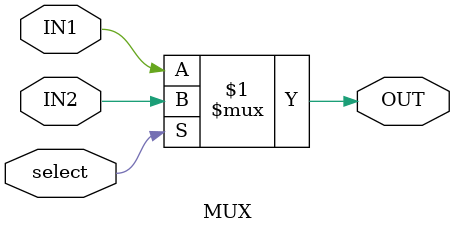
<source format=v>
module MUX (IN1, IN2, select, OUT);
    input IN1, IN2, select;
    output OUT;
    assign OUT = select ? IN2 : IN1;
endmodule
</source>
